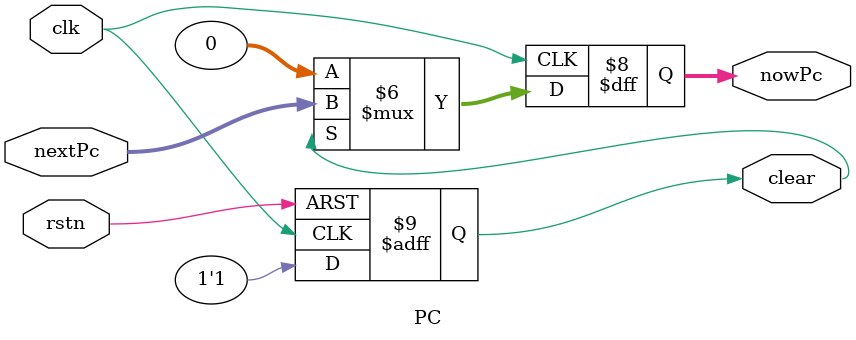
<source format=v>
`timescale 1ns / 1ps

module PC(
    input clk,//CPU时钟
    input rstn,//reset信号              
    input [31:0] nextPc,//下一条指令的地址

    output reg [31:0] nowPc,//目前指令的地址
    output reg clear//归零信号
    );

    always @(posedge clk or negedge rstn) begin
        if(~rstn)
            clear<=1'b0;
        else
            clear<=1'b1;
    end
    always @(posedge clk) begin
        if(~clear)
            nowPc<=32'b0;
        else
            nowPc<=nextPc;
    end
endmodule

</source>
